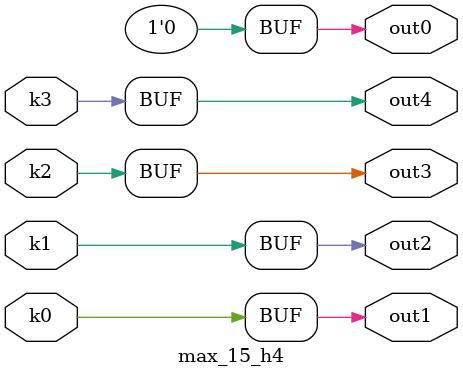
<source format=v>
module max_15(pi00, pi01, pi02, pi03, pi04, pi05, pi06, pi07, pi08, pi09, po0, po1, po2, po3, po4);
input pi00, pi01, pi02, pi03, pi04, pi05, pi06, pi07, pi08, pi09;
output po0, po1, po2, po3, po4;
wire k0, k1, k2, k3;
max_15_w4 DUT1 (pi00, pi01, pi02, pi03, pi04, pi05, pi06, pi07, pi08, pi09, k0, k1, k2, k3);
max_15_h4 DUT2 (k0, k1, k2, k3, po0, po1, po2, po3, po4);
endmodule

module max_15_w4(in9, in8, in7, in6, in5, in4, in3, in2, in1, in0, k3, k2, k1, k0);
input in9, in8, in7, in6, in5, in4, in3, in2, in1, in0;
output k3, k2, k1, k0;
assign k0 =   in0 ? ~in7 : ~in3;
assign k1 =   in0 ? ~in8 : ~in4;
assign k2 =   in0 ? ~in9 : ~in5;
assign k3 =   (((in9 & (~in5 | in1)) | (~in5 & in1)) & (in6 | ~in2) & (in7 | ~in3) & (in8 | ~in4)) | ((in6 | ~in2) & ((in8 & ~in4 & (in7 | ~in3)) | (in7 & ~in3))) | (in6 & ~in2);
endmodule

module max_15_h4(k3, k2, k1, k0, out4, out3, out2, out1, out0);
input k3, k2, k1, k0;
output out4, out3, out2, out1, out0;
assign out0 = 0;
assign out1 = k0;
assign out2 = k1;
assign out3 = k2;
assign out4 = k3;
endmodule

</source>
